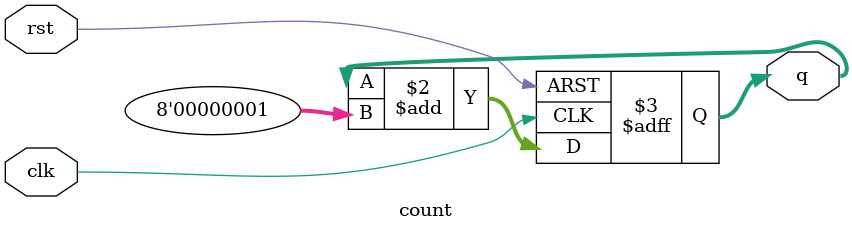
<source format=v>
module count(input clk, input rst, output reg [7:0] q);

   always @(posedge clk or posedge rst)
     if (rst)
       q = 8'b0;
     else q = q + 8'b1;

endmodule

</source>
